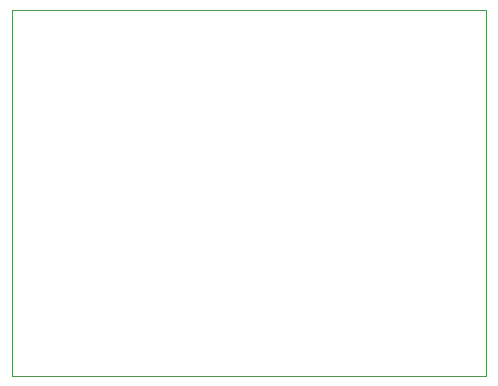
<source format=gko>
%FSLAX44Y44*%
%MOMM*%
G71*
G01*
G75*
G04 Layer_Color=16711935*
G04:AMPARAMS|DCode=10|XSize=0.7mm|YSize=2.5mm|CornerRadius=0.175mm|HoleSize=0mm|Usage=FLASHONLY|Rotation=0.000|XOffset=0mm|YOffset=0mm|HoleType=Round|Shape=RoundedRectangle|*
%AMROUNDEDRECTD10*
21,1,0.7000,2.1500,0,0,0.0*
21,1,0.3500,2.5000,0,0,0.0*
1,1,0.3500,0.1750,-1.0750*
1,1,0.3500,-0.1750,-1.0750*
1,1,0.3500,-0.1750,1.0750*
1,1,0.3500,0.1750,1.0750*
%
%ADD10ROUNDEDRECTD10*%
G04:AMPARAMS|DCode=11|XSize=0.67mm|YSize=0.67mm|CornerRadius=0.1508mm|HoleSize=0mm|Usage=FLASHONLY|Rotation=90.000|XOffset=0mm|YOffset=0mm|HoleType=Round|Shape=RoundedRectangle|*
%AMROUNDEDRECTD11*
21,1,0.6700,0.3685,0,0,90.0*
21,1,0.3685,0.6700,0,0,90.0*
1,1,0.3015,0.1843,0.1843*
1,1,0.3015,0.1843,-0.1843*
1,1,0.3015,-0.1843,-0.1843*
1,1,0.3015,-0.1843,0.1843*
%
%ADD11ROUNDEDRECTD11*%
G04:AMPARAMS|DCode=12|XSize=0.67mm|YSize=0.67mm|CornerRadius=0.1508mm|HoleSize=0mm|Usage=FLASHONLY|Rotation=180.000|XOffset=0mm|YOffset=0mm|HoleType=Round|Shape=RoundedRectangle|*
%AMROUNDEDRECTD12*
21,1,0.6700,0.3685,0,0,180.0*
21,1,0.3685,0.6700,0,0,180.0*
1,1,0.3015,-0.1843,0.1843*
1,1,0.3015,0.1843,0.1843*
1,1,0.3015,0.1843,-0.1843*
1,1,0.3015,-0.1843,-0.1843*
%
%ADD12ROUNDEDRECTD12*%
G04:AMPARAMS|DCode=13|XSize=0.62mm|YSize=0.62mm|CornerRadius=0.1488mm|HoleSize=0mm|Usage=FLASHONLY|Rotation=270.000|XOffset=0mm|YOffset=0mm|HoleType=Round|Shape=RoundedRectangle|*
%AMROUNDEDRECTD13*
21,1,0.6200,0.3224,0,0,270.0*
21,1,0.3224,0.6200,0,0,270.0*
1,1,0.2976,-0.1612,-0.1612*
1,1,0.2976,-0.1612,0.1612*
1,1,0.2976,0.1612,0.1612*
1,1,0.2976,0.1612,-0.1612*
%
%ADD13ROUNDEDRECTD13*%
%ADD14R,1.4000X0.4000*%
%ADD15R,1.9000X1.8000*%
G04:AMPARAMS|DCode=16|XSize=2.35mm|YSize=1.15mm|CornerRadius=0.3852mm|HoleSize=0mm|Usage=FLASHONLY|Rotation=180.000|XOffset=0mm|YOffset=0mm|HoleType=Round|Shape=RoundedRectangle|*
%AMROUNDEDRECTD16*
21,1,2.3500,0.3795,0,0,180.0*
21,1,1.5795,1.1500,0,0,180.0*
1,1,0.7705,-0.7897,0.1898*
1,1,0.7705,0.7897,0.1898*
1,1,0.7705,0.7897,-0.1898*
1,1,0.7705,-0.7897,-0.1898*
%
%ADD16ROUNDEDRECTD16*%
G04:AMPARAMS|DCode=17|XSize=1.3mm|YSize=1mm|CornerRadius=0.25mm|HoleSize=0mm|Usage=FLASHONLY|Rotation=180.000|XOffset=0mm|YOffset=0mm|HoleType=Round|Shape=RoundedRectangle|*
%AMROUNDEDRECTD17*
21,1,1.3000,0.5000,0,0,180.0*
21,1,0.8000,1.0000,0,0,180.0*
1,1,0.5000,-0.4000,0.2500*
1,1,0.5000,0.4000,0.2500*
1,1,0.5000,0.4000,-0.2500*
1,1,0.5000,-0.4000,-0.2500*
%
%ADD17ROUNDEDRECTD17*%
G04:AMPARAMS|DCode=18|XSize=2.5mm|YSize=1.15mm|CornerRadius=0.3852mm|HoleSize=0mm|Usage=FLASHONLY|Rotation=180.000|XOffset=0mm|YOffset=0mm|HoleType=Round|Shape=RoundedRectangle|*
%AMROUNDEDRECTD18*
21,1,2.5000,0.3795,0,0,180.0*
21,1,1.7295,1.1500,0,0,180.0*
1,1,0.7705,-0.8648,0.1898*
1,1,0.7705,0.8648,0.1898*
1,1,0.7705,0.8648,-0.1898*
1,1,0.7705,-0.8648,-0.1898*
%
%ADD18ROUNDEDRECTD18*%
G04:AMPARAMS|DCode=19|XSize=1.1mm|YSize=0.6mm|CornerRadius=0.201mm|HoleSize=0mm|Usage=FLASHONLY|Rotation=270.000|XOffset=0mm|YOffset=0mm|HoleType=Round|Shape=RoundedRectangle|*
%AMROUNDEDRECTD19*
21,1,1.1000,0.1980,0,0,270.0*
21,1,0.6980,0.6000,0,0,270.0*
1,1,0.4020,-0.0990,-0.3490*
1,1,0.4020,-0.0990,0.3490*
1,1,0.4020,0.0990,0.3490*
1,1,0.4020,0.0990,-0.3490*
%
%ADD19ROUNDEDRECTD19*%
G04:AMPARAMS|DCode=20|XSize=0.62mm|YSize=0.62mm|CornerRadius=0.1488mm|HoleSize=0mm|Usage=FLASHONLY|Rotation=180.000|XOffset=0mm|YOffset=0mm|HoleType=Round|Shape=RoundedRectangle|*
%AMROUNDEDRECTD20*
21,1,0.6200,0.3224,0,0,180.0*
21,1,0.3224,0.6200,0,0,180.0*
1,1,0.2976,-0.1612,0.1612*
1,1,0.2976,0.1612,0.1612*
1,1,0.2976,0.1612,-0.1612*
1,1,0.2976,-0.1612,-0.1612*
%
%ADD20ROUNDEDRECTD20*%
G04:AMPARAMS|DCode=21|XSize=1mm|YSize=2mm|CornerRadius=0.25mm|HoleSize=0mm|Usage=FLASHONLY|Rotation=0.000|XOffset=0mm|YOffset=0mm|HoleType=Round|Shape=RoundedRectangle|*
%AMROUNDEDRECTD21*
21,1,1.0000,1.5000,0,0,0.0*
21,1,0.5000,2.0000,0,0,0.0*
1,1,0.5000,0.2500,-0.7500*
1,1,0.5000,-0.2500,-0.7500*
1,1,0.5000,-0.2500,0.7500*
1,1,0.5000,0.2500,0.7500*
%
%ADD21ROUNDEDRECTD21*%
G04:AMPARAMS|DCode=22|XSize=0.7mm|YSize=1mm|CornerRadius=0.175mm|HoleSize=0mm|Usage=FLASHONLY|Rotation=180.000|XOffset=0mm|YOffset=0mm|HoleType=Round|Shape=RoundedRectangle|*
%AMROUNDEDRECTD22*
21,1,0.7000,0.6500,0,0,180.0*
21,1,0.3500,1.0000,0,0,180.0*
1,1,0.3500,-0.1750,0.3250*
1,1,0.3500,0.1750,0.3250*
1,1,0.3500,0.1750,-0.3250*
1,1,0.3500,-0.1750,-0.3250*
%
%ADD22ROUNDEDRECTD22*%
G04:AMPARAMS|DCode=23|XSize=0.8mm|YSize=1mm|CornerRadius=0.2mm|HoleSize=0mm|Usage=FLASHONLY|Rotation=180.000|XOffset=0mm|YOffset=0mm|HoleType=Round|Shape=RoundedRectangle|*
%AMROUNDEDRECTD23*
21,1,0.8000,0.6000,0,0,180.0*
21,1,0.4000,1.0000,0,0,180.0*
1,1,0.4000,-0.2000,0.3000*
1,1,0.4000,0.2000,0.3000*
1,1,0.4000,0.2000,-0.3000*
1,1,0.4000,-0.2000,-0.3000*
%
%ADD23ROUNDEDRECTD23*%
%ADD24O,0.7000X2.5000*%
%ADD25O,2.5000X0.7000*%
G04:AMPARAMS|DCode=26|XSize=1.2mm|YSize=1.2mm|CornerRadius=0.198mm|HoleSize=0mm|Usage=FLASHONLY|Rotation=180.000|XOffset=0mm|YOffset=0mm|HoleType=Round|Shape=RoundedRectangle|*
%AMROUNDEDRECTD26*
21,1,1.2000,0.8040,0,0,180.0*
21,1,0.8040,1.2000,0,0,180.0*
1,1,0.3960,-0.4020,0.4020*
1,1,0.3960,0.4020,0.4020*
1,1,0.3960,0.4020,-0.4020*
1,1,0.3960,-0.4020,-0.4020*
%
%ADD26ROUNDEDRECTD26*%
G04:AMPARAMS|DCode=27|XSize=1.6mm|YSize=2mm|CornerRadius=0.248mm|HoleSize=0mm|Usage=FLASHONLY|Rotation=90.000|XOffset=0mm|YOffset=0mm|HoleType=Round|Shape=RoundedRectangle|*
%AMROUNDEDRECTD27*
21,1,1.6000,1.5040,0,0,90.0*
21,1,1.1040,2.0000,0,0,90.0*
1,1,0.4960,0.7520,0.5520*
1,1,0.4960,0.7520,-0.5520*
1,1,0.4960,-0.7520,-0.5520*
1,1,0.4960,-0.7520,0.5520*
%
%ADD27ROUNDEDRECTD27*%
%ADD28O,0.3000X0.9000*%
%ADD29O,0.9000X0.3000*%
%ADD30R,2.4000X2.4000*%
%ADD31C,0.5000*%
%ADD32C,0.3000*%
%ADD33C,0.2000*%
%ADD34C,0.4000*%
%ADD35C,0.7000*%
%ADD36C,0.3500*%
%ADD37C,0.6000*%
%ADD38C,0.2500*%
%ADD39C,0.7000*%
G04:AMPARAMS|DCode=40|XSize=1.15mm|YSize=2.1mm|CornerRadius=0.2875mm|HoleSize=0mm|Usage=FLASHONLY|Rotation=90.000|XOffset=0mm|YOffset=0mm|HoleType=Round|Shape=RoundedRectangle|*
%AMROUNDEDRECTD40*
21,1,1.1500,1.5250,0,0,90.0*
21,1,0.5750,2.1000,0,0,90.0*
1,1,0.5750,0.7625,0.2875*
1,1,0.5750,0.7625,-0.2875*
1,1,0.5750,-0.7625,-0.2875*
1,1,0.5750,-0.7625,0.2875*
%
%ADD40ROUNDEDRECTD40*%
%ADD41C,1.8500*%
%ADD42C,0.9000*%
%ADD43C,1.3000*%
%ADD44R,1.3000X1.3000*%
G04:AMPARAMS|DCode=45|XSize=0.7mm|YSize=0.7mm|CornerRadius=0.175mm|HoleSize=0mm|Usage=FLASHONLY|Rotation=270.000|XOffset=0mm|YOffset=0mm|HoleType=Round|Shape=RoundedRectangle|*
%AMROUNDEDRECTD45*
21,1,0.7000,0.3500,0,0,270.0*
21,1,0.3500,0.7000,0,0,270.0*
1,1,0.3500,-0.1750,-0.1750*
1,1,0.3500,-0.1750,0.1750*
1,1,0.3500,0.1750,0.1750*
1,1,0.3500,0.1750,-0.1750*
%
%ADD45ROUNDEDRECTD45*%
G04:AMPARAMS|DCode=46|XSize=1.3mm|YSize=1.3mm|CornerRadius=0.1625mm|HoleSize=0mm|Usage=FLASHONLY|Rotation=180.000|XOffset=0mm|YOffset=0mm|HoleType=Round|Shape=RoundedRectangle|*
%AMROUNDEDRECTD46*
21,1,1.3000,0.9750,0,0,180.0*
21,1,0.9750,1.3000,0,0,180.0*
1,1,0.3250,-0.4875,0.4875*
1,1,0.3250,0.4875,0.4875*
1,1,0.3250,0.4875,-0.4875*
1,1,0.3250,-0.4875,-0.4875*
%
%ADD46ROUNDEDRECTD46*%
%ADD47C,0.8000*%
G04:AMPARAMS|DCode=48|XSize=1mm|YSize=1.2mm|CornerRadius=0.165mm|HoleSize=0mm|Usage=FLASHONLY|Rotation=180.000|XOffset=0mm|YOffset=0mm|HoleType=Round|Shape=RoundedRectangle|*
%AMROUNDEDRECTD48*
21,1,1.0000,0.8700,0,0,180.0*
21,1,0.6700,1.2000,0,0,180.0*
1,1,0.3300,-0.3350,0.4350*
1,1,0.3300,0.3350,0.4350*
1,1,0.3300,0.3350,-0.4350*
1,1,0.3300,-0.3350,-0.4350*
%
%ADD48ROUNDEDRECTD48*%
G04:AMPARAMS|DCode=49|XSize=1.6mm|YSize=1.3mm|CornerRadius=0.2015mm|HoleSize=0mm|Usage=FLASHONLY|Rotation=180.000|XOffset=0mm|YOffset=0mm|HoleType=Round|Shape=RoundedRectangle|*
%AMROUNDEDRECTD49*
21,1,1.6000,0.8970,0,0,180.0*
21,1,1.1970,1.3000,0,0,180.0*
1,1,0.4030,-0.5985,0.4485*
1,1,0.4030,0.5985,0.4485*
1,1,0.4030,0.5985,-0.4485*
1,1,0.4030,-0.5985,-0.4485*
%
%ADD49ROUNDEDRECTD49*%
G04:AMPARAMS|DCode=50|XSize=3mm|YSize=2mm|CornerRadius=0.67mm|HoleSize=0mm|Usage=FLASHONLY|Rotation=180.000|XOffset=0mm|YOffset=0mm|HoleType=Round|Shape=RoundedRectangle|*
%AMROUNDEDRECTD50*
21,1,3.0000,0.6600,0,0,180.0*
21,1,1.6600,2.0000,0,0,180.0*
1,1,1.3400,-0.8300,0.3300*
1,1,1.3400,0.8300,0.3300*
1,1,1.3400,0.8300,-0.3300*
1,1,1.3400,-0.8300,-0.3300*
%
%ADD50ROUNDEDRECTD50*%
G04:AMPARAMS|DCode=51|XSize=2.3mm|YSize=0.9mm|CornerRadius=0.225mm|HoleSize=0mm|Usage=FLASHONLY|Rotation=180.000|XOffset=0mm|YOffset=0mm|HoleType=Round|Shape=RoundedRectangle|*
%AMROUNDEDRECTD51*
21,1,2.3000,0.4500,0,0,180.0*
21,1,1.8500,0.9000,0,0,180.0*
1,1,0.4500,-0.9250,0.2250*
1,1,0.4500,0.9250,0.2250*
1,1,0.4500,0.9250,-0.2250*
1,1,0.4500,-0.9250,-0.2250*
%
%ADD51ROUNDEDRECTD51*%
G04:AMPARAMS|DCode=52|XSize=2.7mm|YSize=1.2mm|CornerRadius=0.21mm|HoleSize=0mm|Usage=FLASHONLY|Rotation=270.000|XOffset=0mm|YOffset=0mm|HoleType=Round|Shape=RoundedRectangle|*
%AMROUNDEDRECTD52*
21,1,2.7000,0.7800,0,0,270.0*
21,1,2.2800,1.2000,0,0,270.0*
1,1,0.4200,-0.3900,-1.1400*
1,1,0.4200,-0.3900,1.1400*
1,1,0.4200,0.3900,1.1400*
1,1,0.4200,0.3900,-1.1400*
%
%ADD52ROUNDEDRECTD52*%
%ADD53C,0.2540*%
%ADD54C,0.1000*%
G04:AMPARAMS|DCode=55|XSize=0.77mm|YSize=0.77mm|CornerRadius=0.2008mm|HoleSize=0mm|Usage=FLASHONLY|Rotation=90.000|XOffset=0mm|YOffset=0mm|HoleType=Round|Shape=RoundedRectangle|*
%AMROUNDEDRECTD55*
21,1,0.7700,0.3685,0,0,90.0*
21,1,0.3685,0.7700,0,0,90.0*
1,1,0.4015,0.1843,0.1843*
1,1,0.4015,0.1843,-0.1843*
1,1,0.4015,-0.1843,-0.1843*
1,1,0.4015,-0.1843,0.1843*
%
%ADD55ROUNDEDRECTD55*%
G04:AMPARAMS|DCode=56|XSize=0.77mm|YSize=0.77mm|CornerRadius=0.2008mm|HoleSize=0mm|Usage=FLASHONLY|Rotation=180.000|XOffset=0mm|YOffset=0mm|HoleType=Round|Shape=RoundedRectangle|*
%AMROUNDEDRECTD56*
21,1,0.7700,0.3685,0,0,180.0*
21,1,0.3685,0.7700,0,0,180.0*
1,1,0.4015,-0.1843,0.1843*
1,1,0.4015,0.1843,0.1843*
1,1,0.4015,0.1843,-0.1843*
1,1,0.4015,-0.1843,-0.1843*
%
%ADD56ROUNDEDRECTD56*%
G04:AMPARAMS|DCode=57|XSize=0.77mm|YSize=0.77mm|CornerRadius=0.2238mm|HoleSize=0mm|Usage=FLASHONLY|Rotation=270.000|XOffset=0mm|YOffset=0mm|HoleType=Round|Shape=RoundedRectangle|*
%AMROUNDEDRECTD57*
21,1,0.7700,0.3224,0,0,270.0*
21,1,0.3224,0.7700,0,0,270.0*
1,1,0.4476,-0.1612,-0.1612*
1,1,0.4476,-0.1612,0.1612*
1,1,0.4476,0.1612,0.1612*
1,1,0.4476,0.1612,-0.1612*
%
%ADD57ROUNDEDRECTD57*%
%ADD58R,1.6032X0.6032*%
%ADD59R,2.1032X2.0032*%
G04:AMPARAMS|DCode=60|XSize=2.45mm|YSize=1.25mm|CornerRadius=0.4353mm|HoleSize=0mm|Usage=FLASHONLY|Rotation=180.000|XOffset=0mm|YOffset=0mm|HoleType=Round|Shape=RoundedRectangle|*
%AMROUNDEDRECTD60*
21,1,2.4500,0.3795,0,0,180.0*
21,1,1.5795,1.2500,0,0,180.0*
1,1,0.8705,-0.7897,0.1898*
1,1,0.8705,0.7897,0.1898*
1,1,0.8705,0.7897,-0.1898*
1,1,0.8705,-0.7897,-0.1898*
%
%ADD60ROUNDEDRECTD60*%
G04:AMPARAMS|DCode=61|XSize=1.4mm|YSize=1.1mm|CornerRadius=0.3mm|HoleSize=0mm|Usage=FLASHONLY|Rotation=180.000|XOffset=0mm|YOffset=0mm|HoleType=Round|Shape=RoundedRectangle|*
%AMROUNDEDRECTD61*
21,1,1.4000,0.5000,0,0,180.0*
21,1,0.8000,1.1000,0,0,180.0*
1,1,0.6000,-0.4000,0.2500*
1,1,0.6000,0.4000,0.2500*
1,1,0.6000,0.4000,-0.2500*
1,1,0.6000,-0.4000,-0.2500*
%
%ADD61ROUNDEDRECTD61*%
G04:AMPARAMS|DCode=62|XSize=2.6mm|YSize=1.25mm|CornerRadius=0.4353mm|HoleSize=0mm|Usage=FLASHONLY|Rotation=180.000|XOffset=0mm|YOffset=0mm|HoleType=Round|Shape=RoundedRectangle|*
%AMROUNDEDRECTD62*
21,1,2.6000,0.3795,0,0,180.0*
21,1,1.7295,1.2500,0,0,180.0*
1,1,0.8705,-0.8648,0.1898*
1,1,0.8705,0.8648,0.1898*
1,1,0.8705,0.8648,-0.1898*
1,1,0.8705,-0.8648,-0.1898*
%
%ADD62ROUNDEDRECTD62*%
G04:AMPARAMS|DCode=63|XSize=1.25mm|YSize=0.75mm|CornerRadius=0.276mm|HoleSize=0mm|Usage=FLASHONLY|Rotation=270.000|XOffset=0mm|YOffset=0mm|HoleType=Round|Shape=RoundedRectangle|*
%AMROUNDEDRECTD63*
21,1,1.2500,0.1980,0,0,270.0*
21,1,0.6980,0.7500,0,0,270.0*
1,1,0.5520,-0.0990,-0.3490*
1,1,0.5520,-0.0990,0.3490*
1,1,0.5520,0.0990,0.3490*
1,1,0.5520,0.0990,-0.3490*
%
%ADD63ROUNDEDRECTD63*%
G04:AMPARAMS|DCode=64|XSize=0.77mm|YSize=0.77mm|CornerRadius=0.2238mm|HoleSize=0mm|Usage=FLASHONLY|Rotation=180.000|XOffset=0mm|YOffset=0mm|HoleType=Round|Shape=RoundedRectangle|*
%AMROUNDEDRECTD64*
21,1,0.7700,0.3224,0,0,180.0*
21,1,0.3224,0.7700,0,0,180.0*
1,1,0.4476,-0.1612,0.1612*
1,1,0.4476,0.1612,0.1612*
1,1,0.4476,0.1612,-0.1612*
1,1,0.4476,-0.1612,-0.1612*
%
%ADD64ROUNDEDRECTD64*%
G04:AMPARAMS|DCode=65|XSize=1.2032mm|YSize=2.2032mm|CornerRadius=0.3516mm|HoleSize=0mm|Usage=FLASHONLY|Rotation=0.000|XOffset=0mm|YOffset=0mm|HoleType=Round|Shape=RoundedRectangle|*
%AMROUNDEDRECTD65*
21,1,1.2032,1.5000,0,0,0.0*
21,1,0.5000,2.2032,0,0,0.0*
1,1,0.7032,0.2500,-0.7500*
1,1,0.7032,-0.2500,-0.7500*
1,1,0.7032,-0.2500,0.7500*
1,1,0.7032,0.2500,0.7500*
%
%ADD65ROUNDEDRECTD65*%
G04:AMPARAMS|DCode=66|XSize=0.9032mm|YSize=1.2032mm|CornerRadius=0.2766mm|HoleSize=0mm|Usage=FLASHONLY|Rotation=180.000|XOffset=0mm|YOffset=0mm|HoleType=Round|Shape=RoundedRectangle|*
%AMROUNDEDRECTD66*
21,1,0.9032,0.6500,0,0,180.0*
21,1,0.3500,1.2032,0,0,180.0*
1,1,0.5532,-0.1750,0.3250*
1,1,0.5532,0.1750,0.3250*
1,1,0.5532,0.1750,-0.3250*
1,1,0.5532,-0.1750,-0.3250*
%
%ADD66ROUNDEDRECTD66*%
G04:AMPARAMS|DCode=67|XSize=1.0032mm|YSize=1.2032mm|CornerRadius=0.3016mm|HoleSize=0mm|Usage=FLASHONLY|Rotation=180.000|XOffset=0mm|YOffset=0mm|HoleType=Round|Shape=RoundedRectangle|*
%AMROUNDEDRECTD67*
21,1,1.0032,0.6000,0,0,180.0*
21,1,0.4000,1.2032,0,0,180.0*
1,1,0.6032,-0.2000,0.3000*
1,1,0.6032,0.2000,0.3000*
1,1,0.6032,0.2000,-0.3000*
1,1,0.6032,-0.2000,-0.3000*
%
%ADD67ROUNDEDRECTD67*%
%ADD68O,0.8500X2.6500*%
%ADD69O,2.6500X0.8500*%
G04:AMPARAMS|DCode=70|XSize=1.35mm|YSize=1.35mm|CornerRadius=0.273mm|HoleSize=0mm|Usage=FLASHONLY|Rotation=180.000|XOffset=0mm|YOffset=0mm|HoleType=Round|Shape=RoundedRectangle|*
%AMROUNDEDRECTD70*
21,1,1.3500,0.8040,0,0,180.0*
21,1,0.8040,1.3500,0,0,180.0*
1,1,0.5460,-0.4020,0.4020*
1,1,0.5460,0.4020,0.4020*
1,1,0.5460,0.4020,-0.4020*
1,1,0.5460,-0.4020,-0.4020*
%
%ADD70ROUNDEDRECTD70*%
G04:AMPARAMS|DCode=71|XSize=1.75mm|YSize=2.15mm|CornerRadius=0.323mm|HoleSize=0mm|Usage=FLASHONLY|Rotation=90.000|XOffset=0mm|YOffset=0mm|HoleType=Round|Shape=RoundedRectangle|*
%AMROUNDEDRECTD71*
21,1,1.7500,1.5040,0,0,90.0*
21,1,1.1040,2.1500,0,0,90.0*
1,1,0.6460,0.7520,0.5520*
1,1,0.6460,0.7520,-0.5520*
1,1,0.6460,-0.7520,-0.5520*
1,1,0.6460,-0.7520,0.5520*
%
%ADD71ROUNDEDRECTD71*%
%ADD72O,0.4000X1.0000*%
%ADD73O,1.0000X0.4000*%
%ADD74R,2.5000X2.5000*%
%ADD75C,0.9032*%
G04:AMPARAMS|DCode=76|XSize=1.25mm|YSize=2.2mm|CornerRadius=0.3375mm|HoleSize=0mm|Usage=FLASHONLY|Rotation=90.000|XOffset=0mm|YOffset=0mm|HoleType=Round|Shape=RoundedRectangle|*
%AMROUNDEDRECTD76*
21,1,1.2500,1.5250,0,0,90.0*
21,1,0.5750,2.2000,0,0,90.0*
1,1,0.6750,0.7625,0.2875*
1,1,0.6750,0.7625,-0.2875*
1,1,0.6750,-0.7625,-0.2875*
1,1,0.6750,-0.7625,0.2875*
%
%ADD76ROUNDEDRECTD76*%
%ADD77C,2.0000*%
%ADD78C,1.1032*%
%ADD79C,1.5032*%
%ADD80R,1.5032X1.5032*%
G04:AMPARAMS|DCode=81|XSize=0.8mm|YSize=0.8mm|CornerRadius=0.225mm|HoleSize=0mm|Usage=FLASHONLY|Rotation=270.000|XOffset=0mm|YOffset=0mm|HoleType=Round|Shape=RoundedRectangle|*
%AMROUNDEDRECTD81*
21,1,0.8000,0.3500,0,0,270.0*
21,1,0.3500,0.8000,0,0,270.0*
1,1,0.4500,-0.1750,-0.1750*
1,1,0.4500,-0.1750,0.1750*
1,1,0.4500,0.1750,0.1750*
1,1,0.4500,0.1750,-0.1750*
%
%ADD81ROUNDEDRECTD81*%
%ADD82C,1.4500*%
G04:AMPARAMS|DCode=83|XSize=1.45mm|YSize=1.45mm|CornerRadius=0.2375mm|HoleSize=0mm|Usage=FLASHONLY|Rotation=180.000|XOffset=0mm|YOffset=0mm|HoleType=Round|Shape=RoundedRectangle|*
%AMROUNDEDRECTD83*
21,1,1.4500,0.9750,0,0,180.0*
21,1,0.9750,1.4500,0,0,180.0*
1,1,0.4750,-0.4875,0.4875*
1,1,0.4750,0.4875,0.4875*
1,1,0.4750,0.4875,-0.4875*
1,1,0.4750,-0.4875,-0.4875*
%
%ADD83ROUNDEDRECTD83*%
G04:AMPARAMS|DCode=84|XSize=1.15mm|YSize=1.35mm|CornerRadius=0.24mm|HoleSize=0mm|Usage=FLASHONLY|Rotation=180.000|XOffset=0mm|YOffset=0mm|HoleType=Round|Shape=RoundedRectangle|*
%AMROUNDEDRECTD84*
21,1,1.1500,0.8700,0,0,180.0*
21,1,0.6700,1.3500,0,0,180.0*
1,1,0.4800,-0.3350,0.4350*
1,1,0.4800,0.3350,0.4350*
1,1,0.4800,0.3350,-0.4350*
1,1,0.4800,-0.3350,-0.4350*
%
%ADD84ROUNDEDRECTD84*%
G04:AMPARAMS|DCode=85|XSize=1.75mm|YSize=1.45mm|CornerRadius=0.2765mm|HoleSize=0mm|Usage=FLASHONLY|Rotation=180.000|XOffset=0mm|YOffset=0mm|HoleType=Round|Shape=RoundedRectangle|*
%AMROUNDEDRECTD85*
21,1,1.7500,0.8970,0,0,180.0*
21,1,1.1970,1.4500,0,0,180.0*
1,1,0.5530,-0.5985,0.4485*
1,1,0.5530,0.5985,0.4485*
1,1,0.5530,0.5985,-0.4485*
1,1,0.5530,-0.5985,-0.4485*
%
%ADD85ROUNDEDRECTD85*%
G04:AMPARAMS|DCode=86|XSize=3.1mm|YSize=2.1mm|CornerRadius=0.72mm|HoleSize=0mm|Usage=FLASHONLY|Rotation=180.000|XOffset=0mm|YOffset=0mm|HoleType=Round|Shape=RoundedRectangle|*
%AMROUNDEDRECTD86*
21,1,3.1000,0.6600,0,0,180.0*
21,1,1.6600,2.1000,0,0,180.0*
1,1,1.4400,-0.8300,0.3300*
1,1,1.4400,0.8300,0.3300*
1,1,1.4400,0.8300,-0.3300*
1,1,1.4400,-0.8300,-0.3300*
%
%ADD86ROUNDEDRECTD86*%
G04:AMPARAMS|DCode=87|XSize=2.4mm|YSize=1mm|CornerRadius=0.275mm|HoleSize=0mm|Usage=FLASHONLY|Rotation=180.000|XOffset=0mm|YOffset=0mm|HoleType=Round|Shape=RoundedRectangle|*
%AMROUNDEDRECTD87*
21,1,2.4000,0.4500,0,0,180.0*
21,1,1.8500,1.0000,0,0,180.0*
1,1,0.5500,-0.9250,0.2250*
1,1,0.5500,0.9250,0.2250*
1,1,0.5500,0.9250,-0.2250*
1,1,0.5500,-0.9250,-0.2250*
%
%ADD87ROUNDEDRECTD87*%
G04:AMPARAMS|DCode=88|XSize=2.85mm|YSize=1.35mm|CornerRadius=0.285mm|HoleSize=0mm|Usage=FLASHONLY|Rotation=270.000|XOffset=0mm|YOffset=0mm|HoleType=Round|Shape=RoundedRectangle|*
%AMROUNDEDRECTD88*
21,1,2.8500,0.7800,0,0,270.0*
21,1,2.2800,1.3500,0,0,270.0*
1,1,0.5700,-0.3900,-1.1400*
1,1,0.5700,-0.3900,1.1400*
1,1,0.5700,0.3900,1.1400*
1,1,0.5700,0.3900,-1.1400*
%
%ADD88ROUNDEDRECTD88*%
D54*
X0Y0D02*
X401000D01*
Y310000D01*
X0D02*
X401000D01*
X0Y0D02*
Y310000D01*
M02*

</source>
